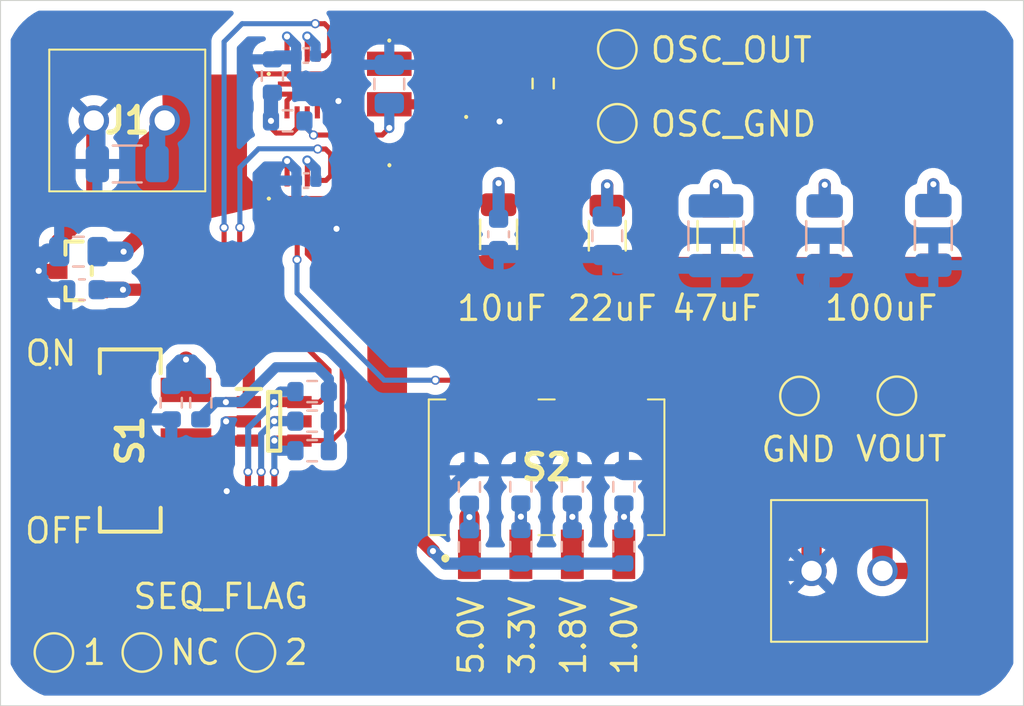
<source format=kicad_pcb>
(kicad_pcb (version 20241229) (generator "pcbnew") (generator_version "9.0")
  (title_block (title "FPGA Pre Test") (date "2025-10-15") (rev "v1.0.0") (comment 1 "Github: https://github.com/bsiyoung/FPGA_Pre_Test") (comment 2 "Author: Park Siyoung"))
  (layers (0 "F.Cu" signal) (2 "B.Cu" signal) (13 "F.Paste" user) (15 "B.Paste" user) (5 "F.SilkS" user "F.Silkscreen") (7 "B.SilkS" user "B.Silkscreen") (1 "F.Mask" user) (3 "B.Mask" user) (25 "Edge.Cuts" user))
  (net 0 "")
  (net 1 "/VDC")
  (net 2 "GND")
  (net 3 "/3V3LVR")
  (net 4 "Net-(IC3-SS{slash}TR)")
  (net 5 "/VOUT1")
  (net 6 "Net-(IC4-SS{slash}TR)")
  (net 7 "Net-(C7-Pad1)")
  (net 8 "Net-(C8-Pad1)")
  (net 9 "Net-(C9-Pad1)")
  (net 10 "Net-(C10-Pad1)")
  (net 11 "Net-(C11-Pad1)")
  (net 12 "/SEQ_FLAG1")
  (net 13 "/SEQ_FLAG2")
  (net 14 "/SEQ_FLAG_NC")
  (net 15 "/SEQ_EN")
  (net 16 "Net-(IC3-FB)")
  (net 17 "Net-(IC3-SW)")
  (net 18 "Net-(IC4-SW)")
  (net 19 "/VOUT2")
  (net 20 "Net-(IC4-FB)")
  (net 21 "Net-(R1-Pad2)")
  (net 22 "Net-(R8-Pad2)")
  (net 23 "Net-(R10-Pad2)")
  (net 24 "Net-(R12-Pad2)")
  (net 25 "Net-(R14-Pad2)")
  (net 26 "Net-(Y1-OUTPUT)")
  (footprint "Resistor_SMD:R_1206_3216Metric" (layer "F.Cu") (at 171.77 93.445 90)
    (property "Reference" "R20" (hide yes))
    (property "Value" "0" (hide yes))
  )
  (footprint "T50201500000G:T50201500000G" (layer "F.Cu") (at 169.26 110.02 180)
    (property "Reference" "J2" (hide yes))
    (property "Value" "T50201500000G" (hide yes))
  )
  (footprint "TestPoint:TestPoint_Pad_D1.5mm" (layer "F.Cu") (at 165.16 101.38 -90)
    (property "Reference" "TP_LOAD_GND1" (hide yes))
    (property "Value" "TestPoint" (hide yes))
  )
  (footprint "TPS62147RGXT:TPS62147RGXT" (layer "F.Cu") (at 140.62 92.13)
    (property "Reference" "IC4" (hide yes))
    (property "Value" "TPS62147RGXT" (hide yes))
  )
  (footprint "TestPoint:TestPoint_Pad_D1.5mm" (layer "F.Cu") (at 169.97 101.37 -90)
    (property "Reference" "TP_LOAD_VCC1" (hide yes))
    (property "Value" "TestPoint" (hide yes))
  )
  (footprint "TestPoint:TestPoint_Pad_D1.5mm" (layer "F.Cu") (at 156.17 87.91)
    (property "Reference" "TP_OSC_GND1" (hide yes))
    (property "Value" "TestPoint" (hide yes))
  )
  (footprint "TestPoint:TestPoint_Pad_D1.5mm" (layer "F.Cu") (at 156.17 84.25)
    (property "Reference" "TP_OSC_OUT1" (hide yes))
    (property "Value" "TestPoint" (hide yes))
  )
  (footprint "Resistor_SMD:R_1206_3216Metric" (layer "F.Cu") (at 150.31 93.395 90)
    (property "Reference" "R16" (hide yes))
    (property "Value" "0" (hide yes))
  )
  (footprint "ASDMB-25.000MHZ-XY-T:AbraconASDMB" (layer "F.Cu") (at 149.535 85.945)
    (property "Reference" "Y1" (hide yes))
    (property "Value" "ASDMB-25.000MHZ-XY-T" (hide yes))
  )
  (footprint "Resistor_SMD:R_0603_1608Metric" (layer "F.Cu") (at 152.51 85.945 -90)
    (property "Reference" "R21" (hide yes))
    (property "Value" "14.7k" (hide yes))
  )
  (footprint "TestPoint:TestPoint_Pad_D1.5mm" (layer "F.Cu") (at 138.331004 114.05)
    (property "Reference" "TP_SEQ_FLAG2" (hide yes))
    (property "Value" "TestPoint" (hide yes))
  )
  (footprint "74479325207222:74479325207222" (layer "F.Cu") (at 144.92 92.13 -90)
    (property "Reference" "L2" (hide yes))
    (property "Value" "74479325207222" (hide yes))
  )
  (footprint "TestPoint:TestPoint_Pad_D1.5mm" (layer "F.Cu") (at 132.7 114.05)
    (property "Reference" "TP_SEQ_FLAG_NC1" (hide yes))
    (property "Value" "TestPoint" (hide yes))
  )
  (footprint "Resistor_SMD:R_1206_3216Metric" (layer "F.Cu") (at 166.405 93.465 90)
    (property "Reference" "R19" (hide yes))
    (property "Value" "0" (hide yes))
  )
  (footprint "74479325207222:74479325207222" (layer "F.Cu") (at 144.915 85.97 -90)
    (property "Reference" "L1" (hide yes))
    (property "Value" "74479325207222" (hide yes))
  )
  (footprint "Resistor_SMD:R_1206_3216Metric" (layer "F.Cu") (at 155.675 93.465 90)
    (property "Reference" "R17" (hide yes))
    (property "Value" "0" (hide yes))
  )
  (footprint "JS202011SCQN:JS202011SCQN" (layer "F.Cu") (at 132.13 103.58 -90)
    (property "Reference" "S1")
    (property "Value" "JS202011SCQN" (hide yes))
  )
  (footprint "TPS62147RGXT:TPS62147RGXT" (layer "F.Cu") (at 140.615 85.97)
    (property "Reference" "IC3" (hide yes))
    (property "Value" "TPS62147RGXT" (hide yes))
  )
  (footprint "LM3880MFX-1AB_NOPB:SOT95P280X145-6N" (layer "F.Cu") (at 139.231493 102.632499)
    (property "Reference" "IC2" (hide yes))
    (property "Value" "LM3880MFX-1AB_NOPB" (hide yes))
  )
  (footprint "TestPoint:TestPoint_Pad_D1.5mm" (layer "F.Cu") (at 128.36 114.05)
    (property "Reference" "TP_SEQ_FLAG1" (hide yes))
    (property "Value" "TestPoint" (hide yes))
  )
  (footprint "219-4MST:2194MST" (layer "F.Cu") (at 152.68 104.9)
    (property "Reference" "S2")
    (property "Value" "219-4MST" (hide yes))
  )
  (footprint "Resistor_SMD:R_1206_3216Metric" (layer "F.Cu") (at 161.04 93.465 90)
    (property "Reference" "R18" (hide yes))
    (property "Value" "0" (hide yes))
  )
  (footprint "ZMR330FTA:ZMR330FTA" (layer "F.Cu") (at 129.58 95.2 90)
    (property "Reference" "IC1" (hide yes))
    (property "Value" "ZMR330FTA" (hide yes))
  )
  (footprint "T50201500000G:T50201500000G" (layer "F.Cu") (at 130.33 87.77)
    (property "Reference" "J1")
    (property "Value" "T50201500000G" (hide yes))
  )
  (footprint "Capacitor_SMD:C_0402_1005Metric" (layer "B.Cu") (at 140.795 84.56 180)
    (property "Reference" "C4" (hide yes))
    (property "Value" "22nF" (hide yes))
  )
  (footprint "Capacitor_SMD:C_0402_1005Metric" (layer "B.Cu") (at 140.81 90.74 180)
    (property "Reference" "C6" (hide yes))
    (property "Value" "22nF" (hide yes))
  )
  (footprint "Resistor_SMD:R_0603_1608Metric" (layer "B.Cu") (at 141.106493 104.082499 180)
    (property "Reference" "R5" (hide yes))
    (property "Value" "100k" (hide yes))
  )
  (footprint "Capacitor_SMD:C_0603_1608Metric" (layer "B.Cu") (at 150.31 93.395 -90)
    (property "Reference" "C7" (hide yes))
    (property "Value" "10uF" (hide yes))
  )
  (footprint "Capacitor_SMD:C_0603_1608Metric" (layer "B.Cu") (at 129.745 96.13 180)
    (property "Reference" "C3" (hide yes))
    (property "Value" "4.7uF" (hide yes))
  )
  (footprint "Capacitor_SMD:C_0805_2012Metric" (layer "B.Cu") (at 129.57 94.25 180)
    (property "Reference" "C2" (hide yes))
    (property "Value" "4.7uF" (hide yes))
  )
  (footprint "Resistor_SMD:R_0603_1608Metric" (layer "B.Cu") (at 148.87 108.835 90)
    (property "Reference" "R14" (hide yes))
    (property "Value" "634k" (hide yes))
  )
  (footprint "Capacitor_SMD:C_1206_3216Metric" (layer "B.Cu") (at 171.77 93.445 -90)
    (property "Reference" "C11" (hide yes))
    (property "Value" "100uF" (hide yes))
  )
  (footprint "Resistor_SMD:R_0603_1608Metric" (layer "B.Cu") (at 135.61 101.71 90)
    (property "Reference" "R1" (hide yes))
    (property "Value" "33k" (hide yes))
  )
  (footprint "Resistor_SMD:R_0603_1608Metric" (layer "B.Cu") (at 156.495 105.865 90)
    (property "Reference" "R9" (hide yes))
    (property "Value" "226k" (hide yes))
  )
  (footprint "Resistor_SMD:R_0603_1608Metric" (layer "B.Cu") (at 139.9 87.79 180)
    (property "Reference" "R6" (hide yes))
    (property "Value" "205k" (hide yes))
  )
  (footprint "Resistor_SMD:R_0603_1608Metric" (layer "B.Cu") (at 134.152689 101.71 -90)
    (property "Reference" "R2" (hide yes))
    (property "Value" "100k" (hide yes))
  )
  (footprint "Capacitor_SMD:C_1210_3225Metric" (layer "B.Cu") (at 161.04 93.465 -90)
    (property "Reference" "C9" (hide yes))
    (property "Value" "47uF" (hide yes))
  )
  (footprint "Resistor_SMD:R_0603_1608Metric" (layer "B.Cu") (at 141.106493 101.162499 180)
    (property "Reference" "R3" (hide yes))
    (property "Value" "100k" (hide yes))
  )
  (footprint "Resistor_SMD:R_0603_1608Metric" (layer "B.Cu") (at 139.145 85.575 90)
    (property "Reference" "R7" (hide yes))
    (property "Value" "130k" (hide yes))
  )
  (footprint "Resistor_SMD:R_0603_1608Metric" (layer "B.Cu") (at 148.87 105.875 90)
    (property "Reference" "R15" (hide yes))
    (property "Value" "102k" (hide yes))
  )
  (footprint "Capacitor_SMD:C_0805_2012Metric" (layer "B.Cu") (at 144.915 85.97 90)
    (property "Reference" "C5" (hide yes))
    (property "Value" "22uF" (hide yes))
  )
  (footprint "Capacitor_SMD:C_1206_3216Metric" (layer "B.Cu") (at 131.98 89.92 180)
    (property "Reference" "C1" (hide yes))
    (property "Value" "22uF" (hide yes))
  )
  (footprint "Resistor_SMD:R_0603_1608Metric" (layer "B.Cu") (at 151.41 105.865 90)
    (property "Reference" "R13" (hide yes))
    (property "Value" "54.9k" (hide yes))
  )
  (footprint "Resistor_SMD:R_0603_1608Metric" (layer "B.Cu") (at 141.106493 102.622499 180)
    (property "Reference" "R4" (hide yes))
    (property "Value" "100k" (hide yes))
  )
  (footprint "Capacitor_SMD:C_0805_2012Metric" (layer "B.Cu") (at 155.675 93.465 -90)
    (property "Reference" "C8" (hide yes))
    (property "Value" "22uF" (hide yes))
  )
  (footprint "Resistor_SMD:R_0603_1608Metric" (layer "B.Cu") (at 153.95 105.865 90)
    (property "Reference" "R11" (hide yes))
    (property "Value" "130k" (hide yes))
  )
  (footprint "Resistor_SMD:R_0603_1608Metric" (layer "B.Cu") (at 151.41 108.825 90)
    (property "Reference" "R12" (hide yes))
    (property "Value" "205k" (hide yes))
  )
  (footprint "Capacitor_SMD:C_1206_3216Metric" (layer "B.Cu") (at 166.405 93.465 -90)
    (property "Reference" "C10" (hide yes))
    (property "Value" "100uF" (hide yes))
  )
  (footprint "Resistor_SMD:R_0603_1608Metric" (layer "B.Cu") (at 156.49 108.825 90)
    (property "Reference" "R8" (hide yes))
    (property "Value" "100k" (hide yes))
  )
  (footprint "Resistor_SMD:R_0603_1608Metric" (layer "B.Cu") (at 153.95 108.825 90)
    (property "Reference" "R10" (hide yes))
    (property "Value" "205k" (hide yes))
  )
  (gr_poly (pts (xy 143.92 92.691898) (xy 143.945756 106.26) (xy 145.758445 108.089197) (xy 145.666561 107.146561) (xy 145.7 98.69) (xy 147.07 97.25) (xy 170.83 97.26) (xy 172.39 98.54) (xy 172.397085 109.662915) (xy 173.82 108.33) (xy 174.06 95.58) (xy 173.09 94.63) (xy 148.689977 94.600023) (xy 146.922026 92.852026) (xy 146 92.63)) (stroke (width 0.2)) (fill yes) (layer "F.Cu") (net 19))
  (gr_poly (pts (xy 133.840263 87.79) (xy 132.290263 89.048334) (xy 132.290263 93.797854) (xy 133.890263 92.29) (xy 136.030263 92.51) (xy 138.56 91.92) (xy 137.779166 90.771097) (xy 137.79 85.6) (xy 134.686334 85.603666) (xy 133.810263 86.25)) (stroke (width 0.2)) (fill yes) (layer "F.Cu") (net 1))
  (gr_curve (pts (xy 137.982759 85.84) (xy 138.11598 85.69) (xy 138.43 85.47) (xy 138.785343 85.494657)) (stroke (width 0.2)) (layer "F.Cu") (net 1))
  (gr_curve (pts (xy 138.41 91.93) (xy 138.75964 91.96) (xy 138.920859 91.65) (xy 139.394607 91.655393)) (stroke (width 0.2)) (layer "F.Cu") (net 1))
  (gr_curve (pts (xy 137.97 85.53) (xy 138.313837 85.42) (xy 138.492583 85.43) (xy 138.830815 85.444785)) (stroke (width 0.2)) (layer "F.Cu") (net 1))
  (gr_poly (pts (xy 138.53 85.45) (xy 137.953101 85.56) (xy 137.51 85.8) (xy 137.29 86.18) (xy 137.76 86.22) (xy 137.83 85.97) (xy 138.059912 85.709912)) (stroke (width 0.2)) (fill yes) (layer "F.Cu") (net 1))
  (gr_curve (pts (xy 137.19 86.54) (xy 137.17 86.036019) (xy 137.51 85.66) (xy 137.953101 85.54)) (stroke (width 0.2)) (layer "F.Cu") (net 1))
  (gr_curve (pts (xy 137.79 86.657518) (xy 137.776899 86.1) (xy 137.826699 85.993653) (xy 137.985168 85.84)) (stroke (width 0.2)) (layer "F.Cu") (net 1))
  (gr_curve (pts (xy 138.48 91.25) (xy 138.771316 91.548684) (xy 138.956124 91.6) (xy 139.387177 91.607177)) (stroke (width 0.2)) (layer "F.Cu") (net 1))
  (gr_poly (pts (xy 134.49 99.55) (xy 135.27 99.55) (xy 135.66 99.96) (xy 135.64 100.91) (xy 134.15 100.93) (xy 134.14 99.92)) (stroke (width 0.2)) (fill yes) (layer "B.Cu") (net 21))
  (gr_rect (start 125.723976 81.843976) (end 176.22 116.68) (stroke (width 0.05)) (fill no) (layer "Edge.Cuts"))
  (gr_text "OFF" (at 126.83 108.74 0) (layer "F.SilkS") (effects (font (size 1.2 1.2) (thickness 0.16)) (justify left bottom)))
  (gr_text "OSC_GND" (at 157.71 88.65 0) (layer "F.SilkS") (effects (font (size 1.2 1.2) (thickness 0.16)) (justify left bottom)))
  (gr_text "2" (at 139.64 114.7472 0) (layer "F.SilkS") (effects (font (size 1.2 1.2) (thickness 0.16)) (justify left bottom)))
  (gr_text "OSC_OUT" (at 157.72 84.99 0) (layer "F.SilkS") (effects (font (size 1.2 1.2) (thickness 0.16)) (justify left bottom)))
  (gr_text "22uF" (at 153.61 97.75 0) (layer "F.SilkS") (effects (font (size 1.2 1.2) (thickness 0.16)) (justify left bottom)))
  (gr_text "1" (at 129.684498 114.7472 0) (layer "F.SilkS") (effects (font (size 1.2 1.2) (thickness 0.16)) (justify left bottom)))
  (gr_text "5.0V" (at 149.66 115.27 90) (layer "F.SilkS") (effects (font (size 1.2 1.2) (thickness 0.16)) (justify left bottom)))
  (gr_text "47uF" (at 158.76 97.75 0) (layer "F.SilkS") (effects (font (size 1.2 1.2) (thickness 0.16)) (justify left bottom)))
  (gr_text "1.0V" (at 157.23 115.27 90) (layer "F.SilkS") (effects (font (size 1.2 1.2) (thickness 0.16)) (justify left bottom)))
  (gr_text "1.8V" (at 154.706667 115.27 90) (layer "F.SilkS") (effects (font (size 1.2 1.2) (thickness 0.16)) (justify left bottom)))
  (gr_text "3.3V" (at 152.183333 115.27 90) (layer "F.SilkS") (effects (font (size 1.2 1.2) (thickness 0.16)) (justify left bottom)))
  (gr_text "NC" (at 133.994498 114.7472 0) (layer "F.SilkS") (effects (font (size 1.2 1.2) (thickness 0.16)) (justify left bottom)))
  (gr_text "10uF" (at 148.16 97.75 0) (layer "F.SilkS") (effects (font (size 1.2 1.2) (thickness 0.16)) (justify left bottom)))
  (gr_text "VOUT" (at 167.85 104.69 0) (layer "F.SilkS") (effects (font (size 1.2 1.2) (thickness 0.16)) (justify left bottom)))
  (gr_text "ON" (at 126.85 99.97 0) (layer "F.SilkS") (effects (font (size 1.2 1.2) (thickness 0.16)) (justify left bottom)))
  (gr_text "SEQ_FLAG" (at 132.18 111.9844 0) (layer "F.SilkS") (effects (font (size 1.2 1.2) (thickness 0.16)) (justify left bottom)))
  (gr_text "GND" (at 163.18 104.72 0) (layer "F.SilkS") (effects (font (size 1.2 1.2) (thickness 0.16)) (justify left bottom)))
  (gr_text "100uF" (at 166.32 97.74 0) (layer "F.SilkS") (effects (font (size 1.2 1.2) (thickness 0.16)) (justify left bottom)))
  (segment (start 133.83 92.22) (end 135.95 92.22) (width 0.8) (layer "F.Cu") (net 1))
  (segment (start 137.49 86.49) (end 137.49 90.68) (width 0.8) (layer "F.Cu") (net 1))
  (segment (start 135.95 92.22) (end 137.49 90.68) (width 0.8) (layer "F.Cu") (net 1))
  (segment (start 140.615 85.47) (end 138.51 85.47) (width 0.25) (layer "F.Cu") (net 1))
  (segment (start 133.83 92.22) (end 131.8 94.25) (width 0.8) (layer "F.Cu") (net 1))
  (segment (start 137.515 90.705) (end 138.44 91.63) (width 0.8) (layer "F.Cu") (net 1))
  (segment (start 138.44 91.63) (end 140.62 91.63) (width 0.25) (layer "F.Cu") (net 1))
  (segment (start 133.83 87.77) (end 133.83 92.22) (width 0.8) (layer "F.Cu") (net 1))
  (segment (start 131.8 94.25) (end 130.58 94.25) (width 0.8) (layer "F.Cu") (net 1))
  (via (at 131.8 94.25) (size 0.45) (drill 0.3) (layers "F.Cu" "B.Cu") (net 1))
  (segment (start 133.455 88.145) (end 133.83 87.77) (width 0.8) (layer "B.Cu") (net 1))
  (segment (start 133.455 89.92) (end 133.455 88.145) (width 0.8) (layer "B.Cu") (net 1))
  (segment (start 130.52 94.25) (end 131.8 94.25) (width 1) (layer "B.Cu") (net 1))
  (segment (start 141.37 93.53) (end 141.37 92.953) (width 0.25) (layer "F.Cu") (net 2))
  (segment (start 141.82 92.63) (end 142.31 93.12) (width 0.25) (layer "F.Cu") (net 2))
  (segment (start 155.03 86.77) (end 156.17 87.91) (width 0.5) (layer "F.Cu") (net 2))
  (segment (start 141.365 86.793) (end 141.042 86.47) (width 0.25) (layer "F.Cu") (net 2))
  (segment (start 140.62 92.63) (end 141.82 92.63) (width 0.25) (layer "F.Cu") (net 2))
  (segment (start 141.042 86.47) (end 140.615 86.47) (width 0.25) (layer "F.Cu") (net 2))
  (segment (start 150.36 86.72) (end 150.36 87.82) (width 0.5) (layer "F.Cu") (net 2))
  (segment (start 141.37 92.953) (end 141.047 92.63) (width 0.25) (layer "F.Cu") (net 2))
  (segment (start 134.88 106.08) (end 136.89 106.08) (width 0.5) (layer "F.Cu") (net 2))
  (segment (start 141.047 92.63) (end 140.62 92.63) (width 0.25) (layer "F.Cu") (net 2))
  (segment (start 140.188 86.47) (end 140.615 86.47) (width 0.25) (layer "F.Cu") (net 2))
  (segment (start 165.76 110.02) (end 165.76 101.98) (width 1) (layer "F.Cu") (net 2))
  (segment (start 152.51 86.77) (end 155.03 86.77) (width 0.5) (layer "F.Cu") (net 2))
  (segment (start 139.87 90.73) (end 140.37 90.73) (width 0.25) (layer "F.Cu") (net 2))
  (segment (start 139.865 86.793) (end 140.188 86.47) (width 0.25) (layer "F.Cu") (net 2))
  (segment (start 130.33 87.77) (end 130.33 91.99) (width 0.75) (layer "F.Cu") (net 2))
  (segment (start 139.87 90.73) (end 139.87 89.77) (width 0.25) (layer "F.Cu") (net 2))
  (segment (start 165.76 101.98) (end 165.16 101.38) (width 1) (layer "F.Cu") (net 2))
  (segment (start 128.58 93.74) (end 128.58 95.2) (width 0.75) (layer "F.Cu") (net 2))
  (segment (start 130.33 91.99) (end 128.58 93.74) (width 0.75) (layer "F.Cu") (net 2))
  (segment (start 141.365 87.37) (end 141.365 86.793) (width 0.25) (layer "F.Cu") (net 2))
  (segment (start 139.865 84.57) (end 139.865 83.62) (width 0.25) (layer "F.Cu") (net 2))
  (segment (start 152.46 86.72) (end 152.51 86.77) (width 0.5) (layer "F.Cu") (net 2))
  (segment (start 142.065 86.47) (end 142.405 86.81) (width 0.25) (layer "F.Cu") (net 2))
  (segment (start 139.87 93.53) (end 139.87 92.953) (width 0.25) (layer "F.Cu") (net 2))
  (segment (start 137.981493 102.632499) (end 136.858735 102.632499) (width 0.5) (layer "F.Cu") (net 2))
  (segment (start 139.865 84.57) (end 140.365 84.57) (width 0.25) (layer "F.Cu") (net 2))
  (segment (start 127.61 95.2) (end 128.58 95.2) (width 0.7) (layer "F.Cu") (net 2))
  (segment (start 140.193 92.63) (end 140.62 92.63) (width 0.25) (layer "F.Cu") (net 2))
  (segment (start 139.865 87.37) (end 139.865 86.793) (width 0.25) (layer "F.Cu") (net 2))
  (segment (start 139.87 92.953) (end 140.193 92.63) (width 0.25) (layer "F.Cu") (net 2))
  (segment (start 140.615 86.47) (end 142.065 86.47) (width 0.25) (layer "F.Cu") (net 2))
  (segment (start 150.36 86.72) (end 152.46 86.72) (width 0.5) (layer "F.Cu") (net 2))
  (via (at 127.61 95.2) (size 0.5) (drill 0.3) (layers "F.Cu" "B.Cu") (net 2))
  (via (at 136.858735 102.632499) (size 0.5) (drill 0.3) (layers "F.Cu" "B.Cu") (net 2))
  (via (at 139.87 89.77) (size 0.45) (drill 0.3) (layers "F.Cu" "B.Cu") (net 2))
  (via (at 136.89 106.08) (size 0.5) (drill 0.3) (layers "F.Cu" "B.Cu") (net 2))
  (via (at 139.865 83.62) (size 0.45) (drill 0.3) (layers "F.Cu" "B.Cu") (net 2))
  (via (at 150.36 87.82) (size 0.45) (drill 0.3) (layers "F.Cu" "B.Cu") (net 2))
  (via (at 142.31 93.12) (size 0.45) (drill 0.3) (layers "F.Cu" "B.Cu") (net 2))
  (via (at 142.405 86.81) (size 0.45) (drill 0.3) (layers "F.Cu" "B.Cu") (net 2))
  (segment (start 148 88.28) (end 147.33 87.61) (width 0.5) (layer "B.Cu") (net 2))
  (segment (start 128.05 94.25) (end 127.61 94.69) (width 0.8) (layer "B.Cu") (net 2))
  (segment (start 140.33 90.23) (end 139.87 89.77) (width 0.5) (layer "B.Cu") (net 2))
  (segment (start 166.405 94.94) (end 165.76 95.585) (width 0.8) (layer "B.Cu") (net 2))
  (segment (start 144.915 85.02) (end 143.285 85.02) (width 0.5) (layer "B.Cu") (net 2))
  (segment (start 140.33 90.74) (end 140.33 90.23) (width 0.5) (layer "B.Cu") (net 2))
  (segment (start 166.425 94.92) (end 166.405 94.94) (width 0.8) (layer "B.Cu") (net 2))
  (segment (start 143.36 94.17) (end 150.31 94.17) (width 0.5) (layer "B.Cu") (net 2))
  (segment (start 149.9 88.28) (end 148 88.28) (width 0.5) (layer "B.Cu") (net 2))
  (segment (start 148.87 105.05) (end 156.485 105.05) (width 0.6) (layer "B.Cu") (net 2))
  (segment (start 128.97 96.13) (end 128.09 96.13) (width 0.8) (layer "B.Cu") (net 2))
  (segment (start 134.152689 102.535) (end 132.945 102.535) (width 0.6) (layer "B.Cu") (net 2))
  (segment (start 140.315 84.56) (end 139.335 84.56) (width 0.5) (layer "B.Cu") (net 2))
  (segment (start 147.33 87.61) (end 147.33 85.43) (width 0.5) (layer "B.Cu") (net 2))
  (segment (start 127.61 95.65) (end 127.61 95.2) (width 0.8) (layer "B.Cu") (net 2))
  (segment (start 129.655 98.435) (end 128.97 97.75) (width 0.6) (layer "B.Cu") (net 2))
  (segment (start 130.505 89.92) (end 130.505 87.945) (width 0.8) (layer "B.Cu") (net 2))
  (segment (start 140.315 84.56) (end 140.315 84.07) (width 0.5) (layer "B.Cu") (net 2))
  (segment (start 134.152689 102.535) (end 134.152689 105.232689) (width 0.6) (layer "B.Cu") (net 2))
  (segment (start 140.315 84.56) (end 140.315 85.99) (width 0.5) (layer "B.Cu") (net 2))
  (segment (start 139.335 84.56) (end 139.145 84.75) (width 0.5) (layer "B.Cu") (net 2))
  (segment (start 141.135 86.81) (end 142.405 86.81) (width 0.5) (layer "B.Cu") (net 2))
  (segment (start 128.97 97.75) (end 128.97 96.13) (width 0.6) (layer "B.Cu") (net 2))
  (segment (start 132.945 102.535) (end 132.05 101.64) (width 0.6) (layer "B.Cu") (net 2))
  (segment (start 146.79 107.13) (end 137.94 107.13) (width 0.6) (layer "B.Cu") (net 2))
  (segment (start 150.555 94.415) (end 150.31 94.17) (width 0.8) (layer "B.Cu") (net 2))
  (segment (start 131.235 98.435) (end 129.655 98.435) (width 0.6) (layer "B.Cu") (net 2))
  (segment (start 135 106.08) (end 136.89 106.08) (width 0.6) (layer "B.Cu") (net 2))
  (segment (start 140.84 93.12) (end 140.33 92.61) (width 0.5) (layer "B.Cu") (net 2))
  (segment (start 161.04 94.94) (end 156.2 94.94) (width 0.8) (layer "B.Cu") (net 2))
  (segment (start 158.64 105.04) (end 156.495 105.04) (width 1) (layer "B.Cu") (net 2))
  (segment (start 150.36 87.82) (end 149.9 88.28) (width 0.5) (layer "B.Cu") (net 2))
  (segment (start 134.152689 105.232689) (end 135 106.08) (width 0.6) (layer "B.Cu") (net 2))
  (segment (start 130.505 87.945) (end 130.33 87.77) (width 0.8) (layer "B.Cu") (net 2))
  (segment (start 132.05 101.64) (end 132.05 99.25) (width 0.6) (layer "B.Cu") (net 2))
  (segment (start 137.94 107.13) (end 136.89 106.08) (width 0.6) (layer "B.Cu") (net 2))
  (segment (start 166.405 94.94) (end 161.04 94.94) (width 0.8) (layer "B.Cu") (net 2))
  (segment (start 140.315 84.07) (end 139.865 83.62) (width 0.5) (layer "B.Cu") (net 2))
  (segment (start 165.76 110.02) (end 163.62 110.02) (width 1) (layer "B.Cu") (net 2))
  (segment (start 127.61 94.69) (end 127.61 95.2) (width 0.8) (layer "B.Cu") (net 2))
  (segment (start 156.485 105.05) (end 156.495 105.04) (width 0.6) (layer "B.Cu") (net 2))
  (segment (start 142.31 93.12) (end 140.84 93.12) (width 0.5) (layer "B.Cu") (net 2))
  (segment (start 140.33 92.61) (end 140.33 90.74) (width 0.5) (layer "B.Cu") (net 2))
  (segment (start 143.285 85.02) (end 142.405 85.9) (width 0.5) (layer "B.Cu") (net 2))
  (segment (start 156.2 94.94) (end 155.675 94.415) (width 0.8) (layer "B.Cu") (net 2))
  (segment (start 128.62 94.25) (end 128.56 94.25) (width 0.8) (layer "B.Cu") (net 2))
  (segment (start 171.77 94.92) (end 166.425 94.92) (width 0.8) (layer "B.Cu") (net 2))
  (segment (start 147.33 85.43) (end 146.92 85.02) (width 0.5) (layer "B.Cu") (net 2))
  (segment (start 146.92 85.02) (end 144.915 85.02) (width 0.5) (layer "B.Cu") (net 2))
  (segment (start 165.76 95.585) (end 165.76 110.02) (width 0.8) (layer "B.Cu") (net 2))
  (segment (start 128.56 94.25) (end 128.05 94.25) (width 0.8) (layer "B.Cu") (net 2))
  (segment (start 142.31 93.12) (end 143.36 94.17) (width 0.5) (layer "B.Cu") (net 2))
  (segment (start 163.62 110.02) (end 158.64 105.04) (width 1) (layer "B.Cu") (net 2))
  (segment (start 148.87 105.05) (end 146.79 107.13) (width 0.6) (layer "B.Cu") (net 2))
  (segment (start 142.405 85.9) (end 142.405 86.81) (width 0.5) (layer "B.Cu") (net 2))
  (segment (start 140.315 85.99) (end 141.135 86.81) (width 0.5) (layer "B.Cu") (net 2))
  (segment (start 155.675 94.415) (end 150.555 94.415) (width 0.8) (layer "B.Cu") (net 2))
  (segment (start 128.09 96.13) (end 127.61 95.65) (width 0.8) (layer "B.Cu") (net 2))
  (segment (start 132.05 99.25) (end 131.235 98.435) (width 0.6) (layer "B.Cu") (net 2))
  (segment (start 130.6 96.13) (end 130.58 96.15) (width 0.8) (layer "F.Cu") (net 3))
  (segment (start 131.77 96.13) (end 130.6 96.13) (width 0.8) (layer "F.Cu") (net 3))
  (segment (start 131.77 96.13) (end 134.85 96.13) (width 0.6) (layer "F.Cu") (net 3))
  (segment (start 134.85 96.13) (end 137.981493 99.261493) (width 0.6) (layer "F.Cu") (net 3))
  (segment (start 137.981493 99.261493) (end 137.981493 101.682499) (width 0.6) (layer "F.Cu") (net 3))
  (segment (start 136.848735 101.682499) (end 137.981493 101.682499) (width 0.5) (layer "F.Cu") (net 3))
  (via (at 136.848735 101.682499) (size 0.5) (drill 0.3) (layers "F.Cu" "B.Cu") (net 3))
  (via (at 131.77 96.13) (size 0.45) (drill 0.3) (layers "F.Cu" "B.Cu") (net 3))
  (segment (start 141.36 99.96) (end 139.32 99.96) (width 0.5) (layer "B.Cu") (net 3))
  (segment (start 136.340114 101.682499) (end 136.848735 101.682499) (width 0.5) (layer "B.Cu") (net 3))
  (segment (start 141.931493 100.531493) (end 141.36 99.96) (width 0.5) (layer "B.Cu") (net 3))
  (segment (start 141.931493 101.162499) (end 141.931493 104.082499) (width 0.5) (layer "B.Cu") (net 3))
  (segment (start 135.61 102.412613) (end 136.340114 101.682499) (width 0.5) (layer "B.Cu") (net 3))
  (segment (start 141.931493 101.162499) (end 141.931493 100.531493) (width 0.5) (layer "B.Cu") (net 3))
  (segment (start 137.597501 101.682499) (end 136.848735 101.682499) (width 0.5) (layer "B.Cu") (net 3))
  (segment (start 139.32 99.96) (end 137.597501 101.682499) (width 0.5) (layer "B.Cu") (net 3))
  (segment (start 130.52 96.13) (end 131.77 96.13) (width 0.8) (layer "B.Cu") (net 3))
  (segment (start 135.61 102.535) (end 135.61 102.412613) (width 0.5) (layer "B.Cu") (net 3))
  (segment (start 140.865 84.57) (end 140.865 83.62) (width 0.25) (layer "F.Cu") (net 4))
  (via (at 140.865 83.62) (size 0.45) (drill 0.3) (layers "F.Cu" "B.Cu") (net 4))
  (segment (start 141.275 84.03) (end 140.865 83.62) (width 0.5) (layer "B.Cu") (net 4))
  (segment (start 141.275 84.56) (end 141.275 84.03) (width 0.5) (layer "B.Cu") (net 4))
  (segment (start 144.915 88.14) (end 144.915 86.97) (width 0.25) (layer "F.Cu") (net 5))
  (segment (start 147.28 86.72) (end 148.71 86.72) (width 0.5) (layer "F.Cu") (net 5))
  (segment (start 148.71 85.17) (end 148.71 86.72) (width 0.5) (layer "F.Cu") (net 5))
  (segment (start 144.915 86.97) (end 147.03 86.97) (width 0.5) (layer "F.Cu") (net 5))
  (segment (start 144.565 88.49) (end 144.915 88.14) (width 0.25) (layer "F.Cu") (net 5))
  (segment (start 141.175 88.49) (end 144.565 88.49) (width 0.25) (layer "F.Cu") (net 5))
  (segment (start 140.865 87.37) (end 140.865 88.18) (width 0.25) (layer "F.Cu") (net 5))
  (segment (start 140.865 88.18) (end 141.175 88.49) (width 0.25) (layer "F.Cu") (net 5))
  (segment (start 147.03 86.97) (end 147.28 86.72) (width 0.5) (layer "F.Cu") (net 5))
  (via (at 144.915 88.14) (size 0.5) (drill 0.3) (layers "F.Cu" "B.Cu") (net 5))
  (via (at 141.175 88.49) (size 0.45) (drill 0.3) (layers "F.Cu" "B.Cu") (net 5))
  (segment (start 144.915 88.14) (end 144.915 86.92) (width 0.5) (layer "B.Cu") (net 5))
  (segment (start 140.725 87.79) (end 140.725 88.04) (width 0.25) (layer "B.Cu") (net 5))
  (segment (start 140.725 88.04) (end 141.175 88.49) (width 0.25) (layer "B.Cu") (net 5))
  (segment (start 140.87 90.73) (end 140.87 89.746112) (width 0.25) (layer "F.Cu") (net 6))
  (via (at 140.868888 89.745) (size 0.45) (drill 0.3) (layers "F.Cu" "B.Cu") (net 6))
  (segment (start 141.29 90.74) (end 141.29 90.166112) (width 0.5) (layer "B.Cu") (net 6))
  (segment (start 141.29 90.166112) (end 140.868888 89.745) (width 0.5) (layer "B.Cu") (net 6))
  (segment (start 150.31 91.9325) (end 150.31 90.8675) (width 0.6) (layer "F.Cu") (net 7))
  (via (at 150.31 90.8675) (size 0.45) (drill 0.3) (layers "F.Cu" "B.Cu") (net 7))
  (segment (start 150.31 90.8675) (end 150.31 92.62) (width 0.6) (layer "B.Cu") (net 7))
  (segment (start 155.675 92.0025) (end 155.675 90.9825) (width 0.6) (layer "F.Cu") (net 8))
  (segment (start 155.675 90.9825) (end 155.67 90.9775) (width 0.6) (layer "F.Cu") (net 8))
  (via (at 155.67 90.9775) (size 0.45) (drill 0.3) (layers "F.Cu" "B.Cu") (net 8))
  (segment (start 155.67 90.9775) (end 155.67 92.51) (width 0.6) (layer "B.Cu") (net 8))
  (segment (start 155.67 92.51) (end 155.675 92.515) (width 0.6) (layer "B.Cu") (net 8))
  (segment (start 161.04 92.0025) (end 161.04 90.9775) (width 0.6) (layer "F.Cu") (net 9))
  (via (at 161.04 90.9775) (size 0.45) (drill 0.3) (layers "F.Cu" "B.Cu") (net 9))
  (segment (start 161.04 90.9775) (end 161.04 91.99) (width 0.6) (layer "B.Cu") (net 9))
  (segment (start 166.405 90.9525) (end 166.41 90.9475) (width 0.6) (layer "F.Cu") (net 10))
  (segment (start 166.405 92.0025) (end 166.405 90.9525) (width 0.6) (layer "F.Cu") (net 10))
  (via (at 166.41 90.9475) (size 0.45) (drill 0.3) (layers "F.Cu" "B.Cu") (net 10))
  (segment (start 166.41 91.985) (end 166.405 91.99) (width 0.6) (layer "B.Cu") (net 10))
  (segment (start 166.41 90.9475) (end 166.41 91.985) (width 0.6) (layer "B.Cu") (net 10))
  (segment (start 171.77 91.9825) (end 171.77 90.9175) (width 0.6) (layer "F.Cu") (net 11))
  (via (at 171.77 90.9175) (size 0.45) (drill 0.3) (layers "F.Cu" "B.Cu") (net 11))
  (segment (start 171.77 90.9175) (end 171.77 91.97) (width 0.6) (layer "B.Cu") (net 11))
  (segment (start 137.939997 105.12) (end 137.939997 107.750003) (width 0.3) (layer "F.Cu") (net 12))
  (segment (start 141.26 82.99) (end 141.72 82.99) (width 0.25) (layer "F.Cu") (net 12))
  (segment (start 131.79 109.53) (end 128.36 112.96) (width 0.3) (layer "F.Cu") (net 12))
  (segment (start 136.16 109.53) (end 131.79 109.53) (width 0.3) (layer "F.Cu") (net 12))
  (segment (start 141.72 82.99) (end 141.97 83.24) (width 0.25) (layer "F.Cu") (net 12))
  (segment (start 141.94 100.11) (end 141.94 101.22) (width 0.25) (layer "F.Cu") (net 12))
  (segment (start 141.477501 101.682499) (end 140.481493 101.682499) (width 0.25) (layer "F.Cu") (net 12))
  (segment (start 136.76 94.93) (end 141.94 100.11) (width 0.25) (layer "F.Cu") (net 12))
  (segment (start 141.74 84.57) (end 141.365 84.57) (width 0.25) (layer "F.Cu") (net 12))
  (segment (start 140.481493 101.682499) (end 139.231493 101.682499) (width 0.5) (layer "F.Cu") (net 12))
  (segment (start 141.97 84.34) (end 141.74 84.57) (width 0.25) (layer "F.Cu") (net 12))
  (segment (start 141.97 83.24) (end 141.97 84.34) (width 0.25) (layer "F.Cu") (net 12))
  (segment (start 141.94 101.22) (end 141.477501 101.682499) (width 0.25) (layer "F.Cu") (net 12))
  (segment (start 137.939997 107.750003) (end 136.16 109.53) (width 0.3) (layer "F.Cu") (net 12))
  (segment (start 136.76 93.06) (end 136.76 94.93) (width 0.25) (layer "F.Cu") (net 12))
  (segment (start 128.36 112.96) (end 128.36 114.05) (width 0.3) (layer "F.Cu") (net 12))
  (via (at 137.939997 105.12) (size 0.45) (drill 0.3) (layers "F.Cu" "B.Cu") (net 12))
  (via (at 136.76 93.06) (size 0.45) (drill 0.3) (layers "F.Cu" "B.Cu") (net 12))
  (via (at 139.231493 101.682499) (size 0.5) (drill 0.3) (layers "F.Cu" "B.Cu") (net 12))
  (via (at 141.26 82.99) (size 0.45) (drill 0.3) (layers "F.Cu" "B.Cu") (net 12))
  (segment (start 137.65 82.99) (end 141.26 82.99) (width 0.25) (layer "B.Cu") (net 12))
  (segment (start 137.939997 105.167398) (end 137.942599 105.17) (width 0.3) (layer "B.Cu") (net 12))
  (segment (start 137.95 105.17) (end 137.95 102.963992) (width 0.3) (layer "B.Cu") (net 12))
  (segment (start 139.231493 101.472499) (end 139.541493 101.162499) (width 0.5) (layer "B.Cu") (net 12))
  (segment (start 137.939997 105.12) (end 137.939997 105.167398) (width 0.3) (layer "B.Cu") (net 12))
  (segment (start 137.95 102.963992) (end 139.231493 101.682499) (width 0.3) (layer "B.Cu") (net 12))
  (segment (start 139.231493 101.682499) (end 139.231493 101.472499) (width 0.5) (layer "B.Cu") (net 12))
  (segment (start 136.76 93.06) (end 136.76 83.88) (width 0.25) (layer "B.Cu") (net 12))
  (segment (start 139.541493 101.162499) (end 140.281493 101.162499) (width 0.5) (layer "B.Cu") (net 12))
  (segment (start 136.76 83.88) (end 137.65 82.99) (width 0.25) (layer "B.Cu") (net 12))
  (segment (start 137.942599 105.17) (end 137.95 105.17) (width 0.3) (layer "B.Cu") (net 12))
  (segment (start 141.77 89.18) (end 142.02 89.43) (width 0.25) (layer "F.Cu") (net 13))
  (segment (start 139.24 108.58) (end 138.331004 109.488996) (width 0.3) (layer "F.Cu") (net 13))
  (segment (start 137.54 93.05) (end 137.53 93.06) (width 0.25) (layer "F.Cu") (net 13))
  (segment (start 142.077501 103.582499) (end 140.481493 103.582499) (width 0.25) (layer "F.Cu") (net 13))
  (segment (start 141.38 89.18) (end 141.77 89.18) (width 0.25) (layer "F.Cu") (net 13))
  (segment (start 142.02 89.43) (end 142.02 90.5) (width 0.25) (layer "F.Cu") (net 13))
  (segment (start 139.241493 103.582499) (end 140.481493 103.582499) (width 0.5) (layer "F.Cu") (net 13))
  (segment (start 142.02 90.5) (end 141.79 90.73) (width 0.25) (layer "F.Cu") (net 13))
  (segment (start 142.59 99.69) (end 142.59 103.07) (width 0.25) (layer "F.Cu") (net 13))
  (segment (start 141.79 90.73) (end 141.37 90.73) (width 0.25) (layer "F.Cu") (net 13))
  (segment (start 142.59 103.07) (end 142.077501 103.582499) (width 0.25) (layer "F.Cu") (net 13))
  (segment (start 139.24 105.13) (end 139.24 108.58) (width 0.3) (layer "F.Cu") (net 13))
  (segment (start 137.53 93.06) (end 137.53 94.63) (width 0.25) (layer "F.Cu") (net 13))
  (segment (start 137.53 94.63) (end 142.59 99.69) (width 0.25) (layer "F.Cu") (net 13))
  (segment (start 138.331004 109.488996) (end 138.331004 114.05) (width 0.3) (layer "F.Cu") (net 13))
  (via (at 137.54 93.05) (size 0.45) (drill 0.3) (layers "F.Cu" "B.Cu") (net 13))
  (via (at 139.24 105.13) (size 0.45) (drill 0.3) (layers "F.Cu" "B.Cu") (net 13))
  (via (at 141.38 89.18) (size 0.45) (drill 0.3) (layers "F.Cu" "B.Cu") (net 13))
  (via (at 139.241493 103.582499) (size 0.5) (drill 0.3) (layers "F.Cu" "B.Cu") (net 13))
  (segment (start 138.461 89.169) (end 141.369 89.169) (width 0.25) (layer "B.Cu") (net 13))
  (segment (start 139.24 105.13) (end 139.241493 105.128507) (width 0.3) (layer "B.Cu") (net 13))
  (segment (start 139.241493 103.832499) (end 139.241493 103.582499) (width 0.5) (layer "B.Cu") (net 13))
  (segment (start 137.54 93.05) (end 137.54 90.09) (width 0.25) (layer "B.Cu") (net 13))
  (segment (start 141.369 89.169) (end 141.38 89.18) (width 0.25) (layer "B.Cu") (net 13))
  (segment (start 140.281493 104.082499) (end 139.491493 104.082499) (width 0.5) (layer "B.Cu") (net 13))
  (segment (start 137.54 90.09) (end 138.461 89.169) (width 0.25) (layer "B.Cu") (net 13))
  (segment (start 139.491493 104.082499) (end 139.241493 103.832499) (width 0.5) (layer "B.Cu") (net 13))
  (segment (start 139.241493 105.128507) (end 139.241493 103.582499) (width 0.3) (layer "B.Cu") (net 13))
  (segment (start 138.59 105.12) (end 138.59 108.16) (width 0.3) (layer "F.Cu") (net 14))
  (segment (start 140.471493 102.622499) (end 140.481493 102.632499) (width 0.5) (layer "F.Cu") (net 14))
  (segment (start 132.7 111.28) (end 132.7 114.05) (width 0.3) (layer "F.Cu") (net 14))
  (segment (start 133.77 110.21) (end 132.7 111.28) (width 0.3) (layer "F.Cu") (net 14))
  (segment (start 138.59 108.16) (end 136.54 110.21) (width 0.3) (layer "F.Cu") (net 14))
  (segment (start 136.54 110.21) (end 133.77 110.21) (width 0.3) (layer "F.Cu") (net 14))
  (segment (start 139.231493 102.622499) (end 140.471493 102.622499) (width 0.5) (layer "F.Cu") (net 14))
  (via (at 138.59 105.12) (size 0.45) (drill 0.3) (layers "F.Cu" "B.Cu") (net 14))
  (via (at 139.231493 102.622499) (size 0.5) (drill 0.3) (layers "F.Cu" "B.Cu") (net 14))
  (segment (start 138.59 103.263992) (end 139.231493 102.622499) (width 0.3) (layer "B.Cu") (net 14))
  (segment (start 138.59 105.12) (end 138.59 103.263992) (width 0.3) (layer "B.Cu") (net 14))
  (segment (start 140.281493 102.622499) (end 139.231493 102.622499) (width 0.5) (layer "B.Cu") (net 14))
  (segment (start 137.981493 103.582499) (end 134.882499 103.582499) (width 0.5) (layer "F.Cu") (net 15))
  (segment (start 134.882499 103.582499) (end 134.88 103.58) (width 0.5) (layer "F.Cu") (net 15))
  (segment (start 139.335 88.39) (end 139.075 88.13) (width 0.25) (layer "F.Cu") (net 16))
  (segment (start 140.365 87.37) (end 140.365 88.14) (width 0.25) (layer "F.Cu") (net 16))
  (segment (start 139.075 88.13) (end 139.075 87.79) (width 0.25) (layer "F.Cu") (net 16))
  (segment (start 140.365 88.14) (end 140.115 88.39) (width 0.25) (layer "F.Cu") (net 16))
  (segment (start 140.115 88.39) (end 139.335 88.39) (width 0.25) (layer "F.Cu") (net 16))
  (via (at 139.075 87.79) (size 0.45) (drill 0.3) (layers "F.Cu" "B.Cu") (net 16))
  (segment (start 139.075 87.79) (end 139.075 86.47) (width 0.7) (layer "B.Cu") (net 16))
  (segment (start 139.075 86.47) (end 139.145 86.4) (width 0.7) (layer "B.Cu") (net 16))
  (segment (start 143.345 84.97) (end 144.915 84.97) (width 0.25) (layer "F.Cu") (net 17))
  (segment (start 142.345 85.97) (end 143.345 84.97) (width 0.25) (layer "F.Cu") (net 17))
  (segment (start 140.615 85.97) (end 142.345 85.97) (width 0.25) (layer "F.Cu") (net 17))
  (segment (start 143.36 91.13) (end 144.92 91.13) (width 0.25) (layer "F.Cu") (net 18))
  (segment (start 140.62 92.13) (end 142.36 92.13) (width 0.25) (layer "F.Cu") (net 18))
  (segment (start 142.36 92.13) (end 143.36 91.13) (width 0.25) (layer "F.Cu") (net 18))
  (segment (start 173.82 95.69) (end 173.82 108.33) (width 0.8) (layer "F.Cu") (net 19))
  (segment (start 144.84 98.555) (end 148.5375 94.8575) (width 0.7) (layer "F.Cu") (net 19))
  (segment (start 172.13 110.02) (end 169.26 110.02) (width 0.8) (layer "F.Cu") (net 19))
  (segment (start 173.82 108.33) (end 172.13 110.02) (width 0.8) (layer "F.Cu") (net 19))
  (segment (start 141.16 94.65) (end 144.55 94.65) (width 0.25) (layer "F.Cu") (net 19))
  (segment (start 169.26 102.08) (end 169.97 101.37) (width 1) (layer "F.Cu") (net 19))
  (segment (start 166.405 94.9275) (end 161.04 94.9275) (width 0.8) (layer "F.Cu") (net 19))
  (segment (start 146.81 93.13) (end 144.92 93.13) (width 0.8) (layer "F.Cu") (net 19))
  (segment (start 148.5375 94.8575) (end 146.81 93.13) (width 0.8) (layer "F.Cu") (net 19))
  (segment (start 169.26 110.02) (end 169.26 102.08) (width 1) (layer "F.Cu") (net 19))
  (segment (start 140.87 94.36) (end 141.16 94.65) (width 0.25) (layer "F.Cu") (net 19))
  (segment (start 144.92 94.28) (end 144.92 93.13) (width 0.25) (layer "F.Cu") (net 19))
  (segment (start 147.07 109.04) (end 144.84 106.81) (width 0.7) (layer "F.Cu") (net 19))
  (segment (start 171.77 94.9075) (end 173.0375 94.9075) (width 0.8) (layer "F.Cu") (net 19))
  (segment (start 173.0375 94.9075) (end 173.82 95.69) (width 0.8) (layer "F.Cu") (net 19))
  (segment (start 140.87 93.53) (end 140.87 94.36) (width 0.25) (layer "F.Cu") (net 19))
  (segment (start 150.38 94.9275) (end 150.31 94.8575) (width 0.8) (layer "F.Cu") (net 19))
  (segment (start 161.04 94.9275) (end 155.675 94.9275) (width 0.8) (layer "F.Cu") (net 19))
  (segment (start 171.77 94.9075) (end 166.425 94.9075) (width 0.8) (layer "F.Cu") (net 19))
  (segment (start 166.425 94.9075) (end 166.405 94.9275) (width 0.8) (layer "F.Cu") (net 19))
  (segment (start 150.31 94.8575) (end 148.5375 94.8575) (width 0.8) (layer "F.Cu") (net 19))
  (segment (start 144.55 94.65) (end 144.92 94.28) (width 0.25) (layer "F.Cu") (net 19))
  (segment (start 155.675 94.9275) (end 150.38 94.9275) (width 0.8) (layer "F.Cu") (net 19))
  (segment (start 144.84 106.81) (end 144.84 98.555) (width 0.7) (layer "F.Cu") (net 19))
  (via (at 147.07 109.04) (size 0.45) (drill 0.3) (layers "F.Cu" "B.Cu") (net 19))
  (segment (start 148.87 109.66) (end 147.69 109.66) (width 0.6) (layer "B.Cu") (net 19))
  (segment (start 147.69 109.66) (end 147.07 109.04) (width 0.6) (layer "B.Cu") (net 19))
  (segment (start 148.87 109.66) (end 156.48 109.66) (width 0.6) (layer "B.Cu") (net 19))
  (segment (start 156.48 109.66) (end 156.49 109.65) (width 0.6) (layer "B.Cu") (net 19))
  (segment (start 147.19 100.6) (end 148.87 100.6) (width 0.25) (layer "F.Cu") (net 20))
  (segment (start 140.37 94.64) (end 140.36 94.65) (width 0.25) (layer "F.Cu") (net 20))
  (segment (start 148.87 100.6) (end 156.49 100.6) (width 1) (layer "F.Cu") (net 20))
  (segment (start 140.37 93.53) (end 140.37 94.64) (width 0.25) (layer "F.Cu") (net 20))
  (via (at 140.36 94.65) (size 0.45) (drill 0.3) (layers "F.Cu" "B.Cu") (net 20))
  (via (at 147.19 100.6) (size 0.45) (drill 0.3) (layers "F.Cu" "B.Cu") (net 20))
  (segment (start 144.66 100.6) (end 147.19 100.6) (width 0.25) (layer "B.Cu") (net 20))
  (segment (start 140.36 94.65) (end 140.36 96.3) (width 0.25) (layer "B.Cu") (net 20))
  (segment (start 140.36 96.3) (end 144.66 100.6) (width 0.25) (layer "B.Cu") (net 20))
  (segment (start 134.88 101.08) (end 134.88 99.58) (width 0.8) (layer "F.Cu") (net 21))
  (via (at 134.88 99.58) (size 0.5) (drill 0.3) (layers "F.Cu" "B.Cu") (net 21))
  (segment (start 134.152689 100.885) (end 135.61 100.885) (width 0.5) (layer "B.Cu") (net 21))
  (segment (start 135.21 99.58) (end 134.88 99.58) (width 0.5) (layer "B.Cu") (net 21))
  (segment (start 134.152689 100.885) (end 134.152689 99.977311) (width 0.5) (layer "B.Cu") (net 21))
  (segment (start 134.55 99.58) (end 134.88 99.58) (width 0.5) (layer "B.Cu") (net 21))
  (segment (start 135.61 100.885) (end 135.61 99.98) (width 0.5) (layer "B.Cu") (net 21))
  (segment (start 135.61 99.98) (end 135.21 99.58) (width 0.5) (layer "B.Cu") (net 21))
  (segment (start 134.152689 99.977311) (end 134.55 99.58) (width 0.5) (layer "B.Cu") (net 21))
  (segment (start 156.49 109.2) (end 156.49 107.36) (width 0.6) (layer "F.Cu") (net 22))
  (segment (start 156.49 107.36) (end 156.5 107.35) (width 0.6) (layer "F.Cu") (net 22))
  (via (at 156.5 107.35) (size 0.45) (drill 0.3) (layers "F.Cu" "B.Cu") (net 22))
  (segment (start 156.495 106.69) (end 156.495 107.995) (width 0.6) (layer "B.Cu") (net 22))
  (segment (start 156.495 107.995) (end 156.49 108) (width 0.6) (layer "B.Cu") (net 22))
  (segment (start 153.95 109.2) (end 153.95 107.35) (width 0.6) (layer "F.Cu") (net 23))
  (via (at 153.95 107.35) (size 0.45) (drill 0.3) (layers "F.Cu" "B.Cu") (net 23))
  (segment (start 153.95 106.69) (end 153.95 108) (width 0.6) (layer "B.Cu") (net 23))
  (segment (start 151.41 109.2) (end 151.41 107.34) (width 0.6) (layer "F.Cu") (net 24))
  (via (at 151.41 107.34) (size 0.45) (drill 0.3) (layers "F.Cu" "B.Cu") (net 24))
  (segment (start 151.41 106.69) (end 151.41 108) (width 0.6) (layer "B.Cu") (net 24))
  (segment (start 148.87 109.2) (end 148.87 107.36) (width 1) (layer "F.Cu") (net 25))
  (via (at 148.87 107.36) (size 0.45) (drill 0.3) (layers "F.Cu" "B.Cu") (net 25))
  (segment (start 148.87 106.7) (end 148.87 108.01) (width 0.6) (layer "B.Cu") (net 25))
  (segment (start 155.3 85.12) (end 156.17 84.25) (width 0.5) (layer "F.Cu") (net 26))
  (segment (start 152.46 85.17) (end 152.51 85.12) (width 0.5) (layer "F.Cu") (net 26))
  (segment (start 152.51 85.12) (end 155.3 85.12) (width 0.5) (layer "F.Cu") (net 26))
  (segment (start 150.36 85.17) (end 152.46 85.17) (width 0.5) (layer "F.Cu") (net 26))
  (zone (net 2) (net_name "GND") (layer "B.Cu") (connect_pads (clearance 0.5)) (min_thickness 0.25) (fill yes (thermal_gap 0.5) (thermal_bridge_width 0.5) (smoothing fillet) (radius 3))
    (polygon (pts (xy 125.95 82.02) (xy 175.98 82.02) (xy 175.98 116.38) (xy 125.95 116.38)))
  )
)
</source>
